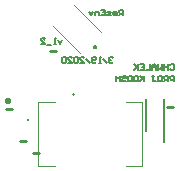
<source format=gbo>
%FSTAX23Y23*%
%MOIN*%
%SFA1B1*%

%IPPOS*%
%ADD10C,0.009840*%
%ADD11C,0.007870*%
%ADD12C,0.003940*%
%ADD13C,0.010000*%
%ADD14C,0.006000*%
%LNkoosh_main_board_v1_2-1*%
%LPD*%
G54D10*
X00039Y00277D02*
D01*
X00039Y00278*
X00039Y00278*
X00039Y00278*
X00039Y00279*
X00039Y00279*
X00039Y00279*
X00038Y0028*
X00038Y0028*
X00038Y0028*
X00038Y00281*
X00038Y00281*
X00037Y00281*
X00037Y00281*
X00037Y00281*
X00036Y00282*
X00036Y00282*
X00036Y00282*
X00036Y00282*
X00035Y00282*
X00035Y00282*
X00035Y00282*
X00034Y00282*
X00034*
X00034Y00282*
X00033Y00282*
X00033Y00282*
X00033Y00282*
X00032Y00282*
X00032Y00282*
X00032Y00282*
X00031Y00281*
X00031Y00281*
X00031Y00281*
X0003Y00281*
X0003Y00281*
X0003Y0028*
X0003Y0028*
X0003Y0028*
X0003Y00279*
X00029Y00279*
X00029Y00279*
X00029Y00278*
X00029Y00278*
X00029Y00278*
X00029Y00277*
X00029Y00277*
X00029Y00277*
X00029Y00276*
X00029Y00276*
X00029Y00276*
X0003Y00275*
X0003Y00275*
X0003Y00275*
X0003Y00274*
X0003Y00274*
X0003Y00274*
X00031Y00274*
X00031Y00273*
X00031Y00273*
X00032Y00273*
X00032Y00273*
X00032Y00273*
X00033Y00273*
X00033Y00273*
X00033Y00272*
X00034Y00272*
X00034Y00272*
X00034*
X00035Y00272*
X00035Y00272*
X00035Y00273*
X00036Y00273*
X00036Y00273*
X00036Y00273*
X00036Y00273*
X00037Y00273*
X00037Y00273*
X00037Y00274*
X00038Y00274*
X00038Y00274*
X00038Y00274*
X00038Y00275*
X00038Y00275*
X00039Y00275*
X00039Y00276*
X00039Y00276*
X00039Y00276*
X00039Y00277*
X00039Y00277*
X00039Y00277*
G54D11*
X00329Y00458D02*
D01*
X00328Y00458*
X00328Y00458*
X00328Y00458*
X00328Y00458*
X00327Y00459*
X00327Y00459*
X00327Y00459*
X00327Y00459*
X00326Y00459*
X00326Y00459*
X00326Y00459*
X00326Y00459*
X00325Y00459*
X00325Y00459*
X00325Y00459*
X00324Y00459*
X00324Y00459*
X00324Y00458*
X00324Y00458*
X00323Y00458*
X00323Y00458*
X00323Y00458*
X00323Y00458*
X00323Y00457*
X00323Y00457*
X00322Y00457*
X00322Y00457*
X00322Y00456*
X00322Y00456*
X00322Y00456*
X00322Y00456*
X00322Y00455*
X00322Y00455*
X00322Y00455*
X00322Y00455*
X00322Y00454*
X00322Y00454*
X00322Y00454*
X00322Y00454*
X00322Y00453*
X00322Y00453*
X00322Y00453*
X00323Y00453*
X00323Y00452*
X00323Y00452*
D01*
X00323Y00452*
X00323Y00452*
X00324Y00452*
X00324Y00452*
X00324Y00451*
X00324Y00451*
X00325Y00451*
X00325Y00451*
X00325Y00451*
X00325Y00451*
X00326Y00451*
X00326Y00451*
X00326Y00451*
X00326Y00451*
X00327Y00451*
X00327Y00451*
X00327Y00451*
X00328Y00451*
X00328Y00452*
X00328Y00452*
X00328Y00452*
X00328Y00452*
X00329Y00452*
X00329Y00452*
X00329Y00453*
X00329Y00453*
X00329Y00453*
X00329Y00453*
X00329Y00454*
X0033Y00454*
X0033Y00454*
X0033Y00454*
X0033Y00455*
X0033Y00455*
X0033Y00455*
X0033Y00456*
X0033Y00456*
X00329Y00456*
X00329Y00456*
X00329Y00457*
X00329Y00457*
X00329Y00457*
X00329Y00457*
X00329Y00458*
X00329Y00458*
X00555Y00139D02*
Y00283D01*
X00494Y00176D02*
Y00283D01*
G54D12*
X00157Y00482D02*
D01*
X00157Y00482*
X00157Y00482*
X00157Y00482*
X00157Y00483*
X00157Y00483*
X00157Y00483*
X00157Y00483*
X00156Y00483*
X00156Y00483*
X00156Y00483*
X00156Y00483*
X00156Y00484*
X00156Y00484*
X00156Y00484*
X00156Y00484*
X00156Y00484*
X00156Y00484*
X00155Y00484*
X00155Y00484*
X00155Y00484*
X00155Y00484*
X00155Y00484*
X00155*
X00155Y00484*
X00154Y00484*
X00154Y00484*
X00154Y00484*
X00154Y00484*
X00154Y00484*
X00154Y00484*
X00154Y00484*
X00154Y00484*
X00153Y00484*
X00153Y00483*
X00153Y00483*
X00153Y00483*
X00153Y00483*
X00153Y00483*
X00153Y00483*
X00153Y00483*
X00153Y00483*
X00153Y00482*
X00153Y00482*
X00153Y00482*
X00153Y00482*
D01*
X00153Y00482*
X00153Y00482*
X00153Y00482*
X00153Y00482*
X00153Y00481*
X00153Y00481*
X00153Y00481*
X00153Y00481*
X00153Y00481*
X00153Y00481*
X00153Y00481*
X00153Y00481*
X00154Y00481*
X00154Y0048*
X00154Y0048*
X00154Y0048*
X00154Y0048*
X00154Y0048*
X00154Y0048*
X00154Y0048*
X00155Y0048*
X00155Y0048*
X00155*
X00155Y0048*
X00155Y0048*
X00155Y0048*
X00155Y0048*
X00156Y0048*
X00156Y0048*
X00156Y0048*
X00156Y0048*
X00156Y00481*
X00156Y00481*
X00156Y00481*
X00156Y00481*
X00156Y00481*
X00156Y00481*
X00157Y00481*
X00157Y00481*
X00157Y00481*
X00157Y00482*
X00157Y00482*
X00157Y00482*
X00157Y00482*
X00157Y00482*
X00099Y00214D02*
D01*
X00099Y00214*
X00099Y00214*
X00099Y00214*
X00099Y00214*
X00099Y00214*
X00099Y00213*
X00099Y00213*
X00099Y00213*
X00099Y00213*
X00099Y00213*
X00099Y00213*
X00099Y00213*
X00099Y00213*
X00099Y00213*
X00099Y00213*
X001Y00212*
X001Y00212*
X001Y00212*
X001Y00212*
X001Y00212*
X001Y00212*
X001Y00212*
X00101*
X00101Y00212*
X00101Y00212*
X00101Y00212*
X00101Y00212*
X00101Y00212*
X00101Y00212*
X00101Y00213*
X00102Y00213*
X00102Y00213*
X00102Y00213*
X00102Y00213*
X00102Y00213*
X00102Y00213*
X00102Y00213*
X00102Y00213*
X00102Y00213*
X00102Y00214*
X00102Y00214*
X00102Y00214*
X00102Y00214*
X00102Y00214*
X00102Y00214*
D01*
X00102Y00214*
X00102Y00214*
X00102Y00215*
X00102Y00215*
X00102Y00215*
X00102Y00215*
X00102Y00215*
X00102Y00215*
X00102Y00215*
X00102Y00215*
X00102Y00216*
X00102Y00216*
X00102Y00216*
X00102Y00216*
X00101Y00216*
X00101Y00216*
X00101Y00216*
X00101Y00216*
X00101Y00216*
X00101Y00216*
X00101Y00216*
X00101Y00216*
X001*
X001Y00216*
X001Y00216*
X001Y00216*
X001Y00216*
X001Y00216*
X001Y00216*
X00099Y00216*
X00099Y00216*
X00099Y00216*
X00099Y00216*
X00099Y00216*
X00099Y00215*
X00099Y00215*
X00099Y00215*
X00099Y00215*
X00099Y00215*
X00099Y00215*
X00099Y00215*
X00099Y00215*
X00099Y00214*
X00099Y00214*
X00099Y00214*
X00428Y00271D02*
X00483D01*
Y00058D02*
Y00271D01*
X00428Y00058D02*
X00483D01*
X00136Y00271D02*
X00191D01*
X00136Y00058D02*
Y00271D01*
Y00058D02*
X00191D01*
X00255Y00596D02*
X00344Y00506D01*
X00185Y00526D02*
X00274Y00437D01*
G54D13*
X00251Y00299D02*
D01*
Y00299*
Y00299*
Y00299*
Y00299*
Y00299*
X00565Y00255D02*
X00585D01*
X00175Y00444D02*
X00195D01*
X00028Y00248D02*
X00048D01*
X00118Y00104D02*
X00138D01*
X00076Y00144D02*
X00096D01*
G54D14*
X00575Y00396D02*
X00579Y00399D01*
X00585*
X00589Y00396*
Y00382*
X00585Y00379*
X00579*
X00575Y00382*
X00569Y00399D02*
Y00379D01*
Y00389*
X00555*
Y00399*
Y00379*
X00549Y00399D02*
Y00379D01*
X00542Y00386*
X00535Y00379*
Y00399*
X00529Y00379D02*
Y00392D01*
X00522Y00399*
X00515Y00392*
Y00379*
Y00389*
X00529*
X00509Y00399D02*
Y00379D01*
X00495*
X00475Y00399D02*
X00489D01*
Y00379*
X00475*
X00489Y00389D02*
X00482D01*
X00469Y00399D02*
Y00379D01*
Y00386*
X00455Y00399*
X00465Y00389*
X00455Y00379*
X00589Y00341D02*
Y0036D01*
X00579*
X00575Y00357*
Y00351*
X00579Y00347*
X00589*
X00569Y00341D02*
Y0036D01*
X00559*
X00555Y00357*
Y00351*
X00559Y00347*
X00569*
X00562D02*
X00555Y00341D01*
X00539Y0036D02*
X00545D01*
X00549Y00357*
Y00344*
X00545Y00341*
X00539*
X00535Y00344*
Y00357*
X00539Y0036*
X00515D02*
X00522D01*
X00519*
Y00344*
X00522Y00341*
X00525*
X00529Y00344*
X00489Y0036D02*
Y00341D01*
Y00347*
X00475Y0036*
X00485Y00351*
X00475Y00341*
X00459Y0036D02*
X00465D01*
X00469Y00357*
Y00344*
X00465Y00341*
X00459*
X00455Y00344*
Y00357*
X00459Y0036*
X00439D02*
X00445D01*
X00449Y00357*
Y00344*
X00445Y00341*
X00439*
X00435Y00344*
Y00357*
X00439Y0036*
X00415Y00357D02*
X00419Y0036D01*
X00425*
X00429Y00357*
Y00354*
X00425Y00351*
X00419*
X00415Y00347*
Y00344*
X00419Y00341*
X00425*
X00429Y00344*
X00409Y0036D02*
Y00341D01*
Y00351*
X00395*
Y0036*
Y00341*
X00386Y0042D02*
X00383Y00424D01*
X00376*
X00373Y0042*
Y00417*
X00376Y00414*
X00379*
X00376*
X00373Y0041*
Y00407*
X00376Y00404*
X00383*
X00386Y00407*
X00366Y00404D02*
X00353Y00417D01*
X00346Y00404D02*
X00339D01*
X00343*
Y00424*
X00346Y0042*
X00329Y00407D02*
X00326Y00404D01*
X00319*
X00316Y00407*
Y0042*
X00319Y00424*
X00326*
X00329Y0042*
Y00417*
X00326Y00414*
X00316*
X00309Y00404D02*
X00296Y00417D01*
X00276Y00404D02*
X00289D01*
X00276Y00417*
Y0042*
X00279Y00424*
X00286*
X00289Y0042*
X00269D02*
X00266Y00424D01*
X00259*
X00256Y0042*
Y00407*
X00259Y00404*
X00266*
X00269Y00407*
Y0042*
X00236Y00404D02*
X00249D01*
X00236Y00417*
Y0042*
X00239Y00424*
X00246*
X00249Y0042*
X00229D02*
X00226Y00424D01*
X00219*
X00216Y0042*
Y00407*
X00219Y00404*
X00226*
X00229Y00407*
Y0042*
X00419Y00561D02*
Y0058D01*
X00409*
X00405Y00577*
Y00571*
X00409Y00567*
X00419*
X00412D02*
X00405Y00561D01*
X00389D02*
X00395D01*
X00399Y00564*
Y00571*
X00395Y00574*
X00389*
X00385Y00571*
Y00567*
X00399*
X00379Y00561D02*
X00369D01*
X00365Y00564*
X00369Y00567*
X00375*
X00379Y00571*
X00375Y00574*
X00365*
X00345Y0058D02*
X00359D01*
Y00561*
X00345*
X00359Y00571D02*
X00352D01*
X00339Y00561D02*
Y00574D01*
X00329*
X00325Y00571*
Y00561*
X00319Y00574D02*
X00312Y00561D01*
X00305Y00574*
X00215Y0048D02*
X00209Y00467D01*
X00202Y0048*
X00195Y00467D02*
X00189D01*
X00192*
Y00487*
X00195Y00484*
X00179Y00464D02*
X00165D01*
X00145Y00467D02*
X00159D01*
X00145Y0048*
Y00484*
X00149Y00487*
X00155*
X00159Y00484*
M02*
</source>
